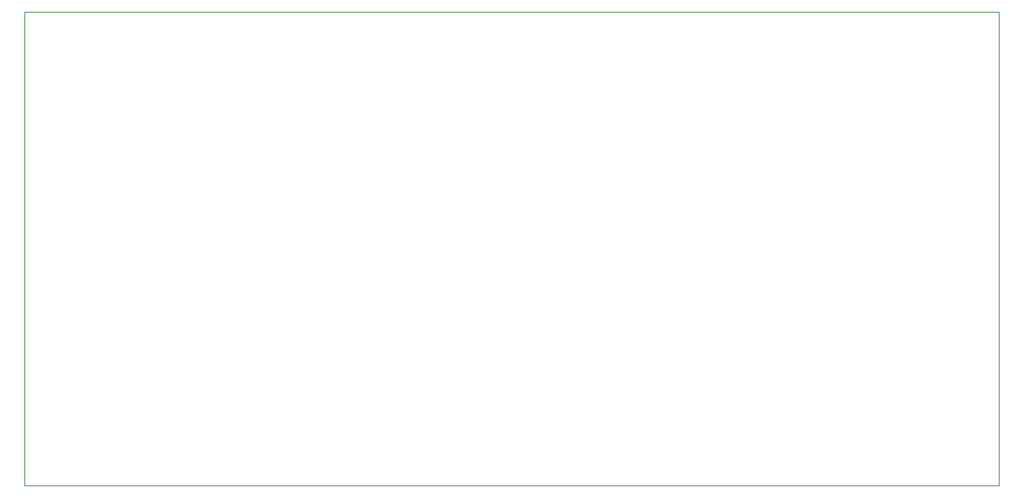
<source format=gko>
G04 Layer: BoardOutline*
G04 EasyEDA v6.3.22, 2020-04-05T15:57:41+08:00*
G04 26a83e50978f4d2e98ee8e0c0de4659f,084ec32517fd449a9a4c349b315ac0e1,10*
G04 Gerber Generator version 0.2*
G04 Scale: 100 percent, Rotated: No, Reflected: No *
G04 Dimensions in inches *
G04 leading zeros omitted , absolute positions ,2 integer and 4 decimal *
%FSLAX24Y24*%
%MOIN*%
G90*
G70D02*

%ADD10C,0.010000*%
G54D10*
G01X0Y57600D02*
G01X118500Y57600D01*
G01X118500Y0D01*
G01X0Y0D01*
G01X0Y57600D01*

%LPD*%
M00*
M02*

</source>
